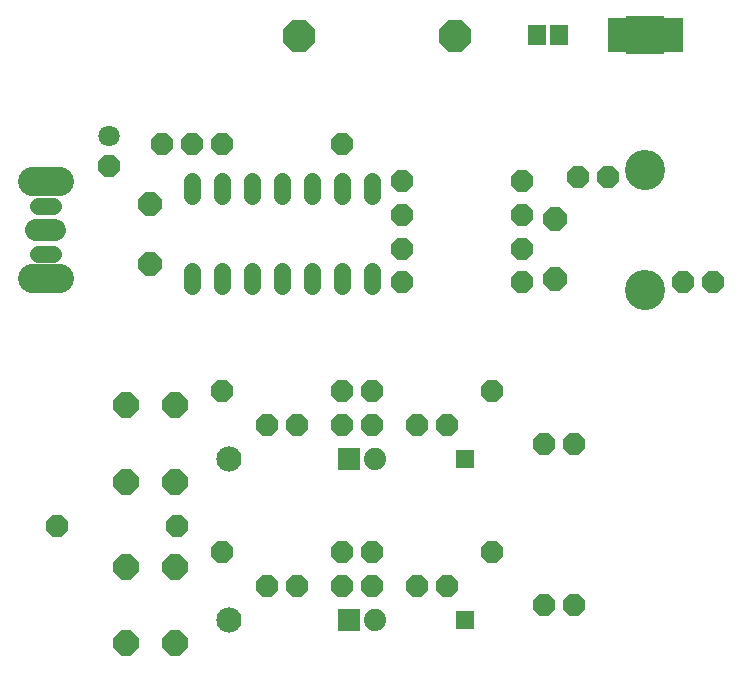
<source format=gbs>
G75*
%MOIN*%
%OFA0B0*%
%FSLAX25Y25*%
%IPPOS*%
%LPD*%
%AMOC8*
5,1,8,0,0,1.08239X$1,22.5*
%
%ADD10OC8,0.08400*%
%ADD11C,0.05600*%
%ADD12OC8,0.07400*%
%ADD13OC8,0.07800*%
%ADD14C,0.13398*%
%ADD15C,0.08400*%
%ADD16R,0.07800X0.07800*%
%ADD17R,0.06400X0.06400*%
%ADD18C,0.07400*%
%ADD19R,0.05918X0.06706*%
%ADD20OC8,0.07100*%
%ADD21C,0.07100*%
%ADD22OC8,0.10800*%
%ADD23R,0.06693X0.11811*%
%ADD24R,0.12500X0.12500*%
%ADD25C,0.05800*%
%ADD26C,0.07400*%
%ADD27C,0.09658*%
D10*
X0051050Y0019950D03*
X0067450Y0019950D03*
X0067450Y0045550D03*
X0051050Y0045550D03*
X0051050Y0073700D03*
X0067450Y0073700D03*
X0067450Y0099300D03*
X0051050Y0099300D03*
D11*
X0073000Y0139100D02*
X0073000Y0143900D01*
X0083000Y0143900D02*
X0083000Y0139100D01*
X0093000Y0139100D02*
X0093000Y0143900D01*
X0103000Y0143900D02*
X0103000Y0139100D01*
X0113000Y0139100D02*
X0113000Y0143900D01*
X0123000Y0143900D02*
X0123000Y0139100D01*
X0133000Y0139100D02*
X0133000Y0143900D01*
X0133000Y0169100D02*
X0133000Y0173900D01*
X0123000Y0173900D02*
X0123000Y0169100D01*
X0113000Y0169100D02*
X0113000Y0173900D01*
X0103000Y0173900D02*
X0103000Y0169100D01*
X0093000Y0169100D02*
X0093000Y0173900D01*
X0083000Y0173900D02*
X0083000Y0169100D01*
X0073000Y0169100D02*
X0073000Y0173900D01*
D12*
X0073000Y0186500D03*
X0083000Y0186500D03*
X0063000Y0186500D03*
X0123000Y0186500D03*
X0143000Y0174000D03*
X0143000Y0162750D03*
X0143000Y0151500D03*
X0143000Y0140250D03*
X0183000Y0140250D03*
X0183000Y0151500D03*
X0183000Y0162750D03*
X0183000Y0174000D03*
X0201750Y0175250D03*
X0211750Y0175250D03*
X0236750Y0140250D03*
X0246750Y0140250D03*
X0173000Y0104000D03*
X0158000Y0092750D03*
X0148000Y0092750D03*
X0133000Y0092750D03*
X0123000Y0092750D03*
X0123000Y0104000D03*
X0133000Y0104000D03*
X0108000Y0092750D03*
X0098000Y0092750D03*
X0083000Y0104000D03*
X0068000Y0059000D03*
X0083000Y0050250D03*
X0098000Y0039000D03*
X0108000Y0039000D03*
X0123000Y0039000D03*
X0133000Y0039000D03*
X0148000Y0039000D03*
X0158000Y0039000D03*
X0173000Y0050250D03*
X0190500Y0032750D03*
X0200500Y0032750D03*
X0133000Y0050250D03*
X0123000Y0050250D03*
X0190500Y0086500D03*
X0200500Y0086500D03*
X0028000Y0059000D03*
D13*
X0059250Y0146500D03*
X0059250Y0166500D03*
X0194250Y0161500D03*
X0194250Y0141500D03*
D14*
X0224250Y0137750D03*
X0224250Y0177750D03*
D15*
X0085500Y0081500D03*
X0085500Y0027750D03*
D16*
X0125500Y0027750D03*
X0125500Y0081500D03*
D17*
X0164250Y0081500D03*
X0164250Y0027750D03*
D18*
X0134250Y0027750D03*
X0134250Y0081500D03*
D19*
X0188010Y0222750D03*
X0195490Y0222750D03*
D20*
X0045500Y0179000D03*
D21*
X0045500Y0189000D03*
D22*
X0108750Y0222250D03*
X0160750Y0222250D03*
D23*
X0214998Y0222750D03*
X0233502Y0222750D03*
D24*
X0224250Y0222750D03*
D25*
X0026750Y0165650D02*
X0021750Y0165650D01*
X0021750Y0149850D02*
X0026750Y0149850D01*
D26*
X0027550Y0157750D02*
X0020950Y0157750D01*
D27*
X0019821Y0173900D02*
X0028679Y0173900D01*
X0028679Y0141600D02*
X0019821Y0141600D01*
M02*

</source>
